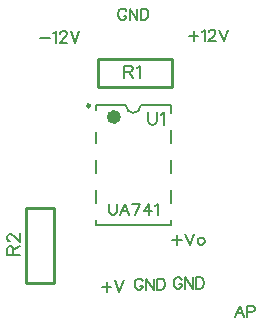
<source format=gto>
G04 Layer: TopSilkLayer*
G04 EasyEDA v6.3.43, 2020-06-06T15:57:54+05:30*
G04 0c4f591c9b8d4e2986bfd51771ce5363,ce87656978294113a3ba7bd55cf5f399,10*
G04 Gerber Generator version 0.2*
G04 Scale: 100 percent, Rotated: No, Reflected: No *
G04 Dimensions in millimeters *
G04 leading zeros omitted , absolute positions ,3 integer and 3 decimal *
%FSLAX33Y33*%
%MOMM*%
G90*
G71D02*

%ADD10C,0.254000*%
%ADD14C,0.200000*%
%ADD15C,0.599999*%
%ADD16C,0.249999*%
%ADD17C,0.203200*%
%ADD18C,0.152400*%

%LPD*%
G54D14*
G01X8509Y18993D02*
G01X11049Y18993D01*
G01X14859Y8833D02*
G01X8509Y8833D01*
G01X12319Y18993D02*
G01X14859Y18993D01*
G01X8509Y8839D02*
G01X8509Y9321D01*
G01X8509Y10744D02*
G01X8509Y11861D01*
G01X8509Y13284D02*
G01X8509Y14401D01*
G01X8509Y15824D02*
G01X8509Y16698D01*
G01X8509Y18607D02*
G01X8509Y18993D01*
G01X14859Y18993D02*
G01X14859Y18364D01*
G01X14859Y16941D02*
G01X14859Y15824D01*
G01X14859Y14401D02*
G01X14859Y13284D01*
G01X14859Y11861D02*
G01X14859Y10744D01*
G01X14859Y9321D02*
G01X14859Y8943D01*
G54D10*
G01X8660Y22916D02*
G01X14961Y22916D01*
G01X14961Y22916D02*
G01X14961Y20517D01*
G01X14961Y20517D02*
G01X8660Y20517D01*
G01X8660Y20517D02*
G01X8660Y22916D01*
G01X2610Y3961D02*
G01X2610Y10262D01*
G01X2610Y10262D02*
G01X5009Y10262D01*
G01X5009Y10262D02*
G01X5009Y3961D01*
G01X5009Y3961D02*
G01X2610Y3961D01*
G54D17*
G01X9652Y10660D02*
G01X9652Y9979D01*
G01X9697Y9842D01*
G01X9789Y9751D01*
G01X9923Y9705D01*
G01X10015Y9705D01*
G01X10152Y9751D01*
G01X10243Y9842D01*
G01X10289Y9979D01*
G01X10289Y10660D01*
G01X10952Y10660D02*
G01X10589Y9705D01*
G01X10952Y10660D02*
G01X11315Y9705D01*
G01X10723Y10025D02*
G01X11178Y10025D01*
G01X12252Y10660D02*
G01X11798Y9705D01*
G01X11615Y10660D02*
G01X12252Y10660D01*
G01X13007Y10660D02*
G01X12552Y10025D01*
G01X13233Y10025D01*
G01X13007Y10660D02*
G01X13007Y9705D01*
G01X13533Y10480D02*
G01X13624Y10525D01*
G01X13761Y10660D01*
G01X13761Y9705D01*
G01X16791Y25257D02*
G01X16791Y24437D01*
G01X16383Y24848D02*
G01X17200Y24848D01*
G01X17500Y25212D02*
G01X17592Y25257D01*
G01X17729Y25392D01*
G01X17729Y24437D01*
G01X18074Y25166D02*
G01X18074Y25212D01*
G01X18120Y25300D01*
G01X18166Y25346D01*
G01X18254Y25392D01*
G01X18437Y25392D01*
G01X18529Y25346D01*
G01X18575Y25300D01*
G01X18618Y25212D01*
G01X18618Y25120D01*
G01X18575Y25029D01*
G01X18483Y24892D01*
G01X18028Y24437D01*
G01X18663Y24437D01*
G01X18963Y25392D02*
G01X19329Y24437D01*
G01X19692Y25392D02*
G01X19329Y24437D01*
G01X3810Y24721D02*
G01X4627Y24721D01*
G01X4927Y25085D02*
G01X5019Y25130D01*
G01X5156Y25265D01*
G01X5156Y24310D01*
G01X5501Y25039D02*
G01X5501Y25085D01*
G01X5547Y25173D01*
G01X5593Y25219D01*
G01X5681Y25265D01*
G01X5864Y25265D01*
G01X5956Y25219D01*
G01X6002Y25173D01*
G01X6045Y25085D01*
G01X6045Y24993D01*
G01X6002Y24902D01*
G01X5910Y24765D01*
G01X5455Y24310D01*
G01X6090Y24310D01*
G01X6390Y25265D02*
G01X6756Y24310D01*
G01X7119Y25265D02*
G01X6756Y24310D01*
G01X11094Y26944D02*
G01X11051Y27035D01*
G01X10960Y27124D01*
G01X10868Y27170D01*
G01X10685Y27170D01*
G01X10596Y27124D01*
G01X10505Y27035D01*
G01X10459Y26944D01*
G01X10414Y26807D01*
G01X10414Y26581D01*
G01X10459Y26443D01*
G01X10505Y26352D01*
G01X10596Y26261D01*
G01X10685Y26215D01*
G01X10868Y26215D01*
G01X10960Y26261D01*
G01X11051Y26352D01*
G01X11094Y26443D01*
G01X11094Y26581D01*
G01X10868Y26581D02*
G01X11094Y26581D01*
G01X11396Y27170D02*
G01X11396Y26215D01*
G01X11396Y27170D02*
G01X12031Y26215D01*
G01X12031Y27170D02*
G01X12031Y26215D01*
G01X12331Y27170D02*
G01X12331Y26215D01*
G01X12331Y27170D02*
G01X12649Y27170D01*
G01X12786Y27124D01*
G01X12877Y27035D01*
G01X12923Y26944D01*
G01X12969Y26807D01*
G01X12969Y26581D01*
G01X12923Y26443D01*
G01X12877Y26352D01*
G01X12786Y26261D01*
G01X12649Y26215D01*
G01X12331Y26215D01*
G01X12491Y4084D02*
G01X12448Y4175D01*
G01X12357Y4264D01*
G01X12265Y4310D01*
G01X12082Y4310D01*
G01X11993Y4264D01*
G01X11902Y4175D01*
G01X11856Y4084D01*
G01X11811Y3947D01*
G01X11811Y3721D01*
G01X11856Y3583D01*
G01X11902Y3492D01*
G01X11993Y3401D01*
G01X12082Y3355D01*
G01X12265Y3355D01*
G01X12357Y3401D01*
G01X12448Y3492D01*
G01X12491Y3583D01*
G01X12491Y3721D01*
G01X12265Y3721D02*
G01X12491Y3721D01*
G01X12793Y4310D02*
G01X12793Y3355D01*
G01X12793Y4310D02*
G01X13428Y3355D01*
G01X13428Y4310D02*
G01X13428Y3355D01*
G01X13728Y4310D02*
G01X13728Y3355D01*
G01X13728Y4310D02*
G01X14046Y4310D01*
G01X14183Y4264D01*
G01X14274Y4175D01*
G01X14320Y4084D01*
G01X14366Y3947D01*
G01X14366Y3721D01*
G01X14320Y3583D01*
G01X14274Y3492D01*
G01X14183Y3401D01*
G01X14046Y3355D01*
G01X13728Y3355D01*
G01X9425Y4048D02*
G01X9425Y3228D01*
G01X9017Y3639D02*
G01X9834Y3639D01*
G01X10134Y4183D02*
G01X10497Y3228D01*
G01X10863Y4183D02*
G01X10497Y3228D01*
G01X15394Y7985D02*
G01X15394Y7165D01*
G01X14986Y7576D02*
G01X15803Y7576D01*
G01X16103Y8120D02*
G01X16466Y7165D01*
G01X16832Y8120D02*
G01X16466Y7165D01*
G01X17358Y7802D02*
G01X17266Y7757D01*
G01X17178Y7665D01*
G01X17132Y7531D01*
G01X17132Y7439D01*
G01X17178Y7302D01*
G01X17266Y7211D01*
G01X17358Y7165D01*
G01X17495Y7165D01*
G01X17586Y7211D01*
G01X17675Y7302D01*
G01X17721Y7439D01*
G01X17721Y7531D01*
G01X17675Y7665D01*
G01X17586Y7757D01*
G01X17495Y7802D01*
G01X17358Y7802D01*
G01X15793Y4211D02*
G01X15750Y4302D01*
G01X15659Y4391D01*
G01X15567Y4437D01*
G01X15384Y4437D01*
G01X15295Y4391D01*
G01X15204Y4302D01*
G01X15158Y4211D01*
G01X15113Y4074D01*
G01X15113Y3848D01*
G01X15158Y3710D01*
G01X15204Y3619D01*
G01X15295Y3528D01*
G01X15384Y3482D01*
G01X15567Y3482D01*
G01X15659Y3528D01*
G01X15750Y3619D01*
G01X15793Y3710D01*
G01X15793Y3848D01*
G01X15567Y3848D02*
G01X15793Y3848D01*
G01X16095Y4437D02*
G01X16095Y3482D01*
G01X16095Y4437D02*
G01X16730Y3482D01*
G01X16730Y4437D02*
G01X16730Y3482D01*
G01X17030Y4437D02*
G01X17030Y3482D01*
G01X17030Y4437D02*
G01X17348Y4437D01*
G01X17485Y4391D01*
G01X17576Y4302D01*
G01X17622Y4211D01*
G01X17668Y4074D01*
G01X17668Y3848D01*
G01X17622Y3710D01*
G01X17576Y3619D01*
G01X17485Y3528D01*
G01X17348Y3482D01*
G01X17030Y3482D01*
G01X20683Y2024D02*
G01X20320Y1069D01*
G01X20683Y2024D02*
G01X21046Y1069D01*
G01X20457Y1389D02*
G01X20911Y1389D01*
G01X21346Y2024D02*
G01X21346Y1069D01*
G01X21346Y2024D02*
G01X21755Y2024D01*
G01X21892Y1978D01*
G01X21937Y1932D01*
G01X21983Y1844D01*
G01X21983Y1706D01*
G01X21937Y1615D01*
G01X21892Y1569D01*
G01X21755Y1524D01*
G01X21346Y1524D01*
G54D18*
G01X12954Y18425D02*
G01X12954Y17645D01*
G01X13004Y17490D01*
G01X13108Y17386D01*
G01X13266Y17335D01*
G01X13370Y17335D01*
G01X13525Y17386D01*
G01X13629Y17490D01*
G01X13680Y17645D01*
G01X13680Y18425D01*
G01X14023Y18216D02*
G01X14127Y18270D01*
G01X14284Y18425D01*
G01X14284Y17335D01*
G01X10922Y22362D02*
G01X10922Y21272D01*
G01X10922Y22362D02*
G01X11389Y22362D01*
G01X11544Y22311D01*
G01X11597Y22258D01*
G01X11648Y22153D01*
G01X11648Y22049D01*
G01X11597Y21945D01*
G01X11544Y21894D01*
G01X11389Y21844D01*
G01X10922Y21844D01*
G01X11285Y21844D02*
G01X11648Y21272D01*
G01X11991Y22153D02*
G01X12095Y22207D01*
G01X12252Y22362D01*
G01X12252Y21272D01*
G01X1005Y6350D02*
G01X2095Y6350D01*
G01X1005Y6350D02*
G01X1005Y6817D01*
G01X1056Y6972D01*
G01X1109Y7025D01*
G01X1214Y7076D01*
G01X1318Y7076D01*
G01X1422Y7025D01*
G01X1473Y6972D01*
G01X1524Y6817D01*
G01X1524Y6350D01*
G01X1524Y6713D02*
G01X2095Y7076D01*
G01X1264Y7472D02*
G01X1214Y7472D01*
G01X1109Y7523D01*
G01X1056Y7576D01*
G01X1005Y7680D01*
G01X1005Y7886D01*
G01X1056Y7990D01*
G01X1109Y8044D01*
G01X1214Y8094D01*
G01X1318Y8094D01*
G01X1422Y8044D01*
G01X1577Y7940D01*
G01X2095Y7419D01*
G01X2095Y8148D01*
G54D15*
G75*
G01X10033Y18293D02*
G03X10038Y18293I3J-300D01*
G01*
G54D16*
G75*
G01X7874Y19078D02*
G03X7877Y19078I1J-125D01*
G01*
G54D14*
G75*
G01X11049Y18994D02*
G03X12319Y18994I635J0D01*
G01*
M00*
M02*

</source>
